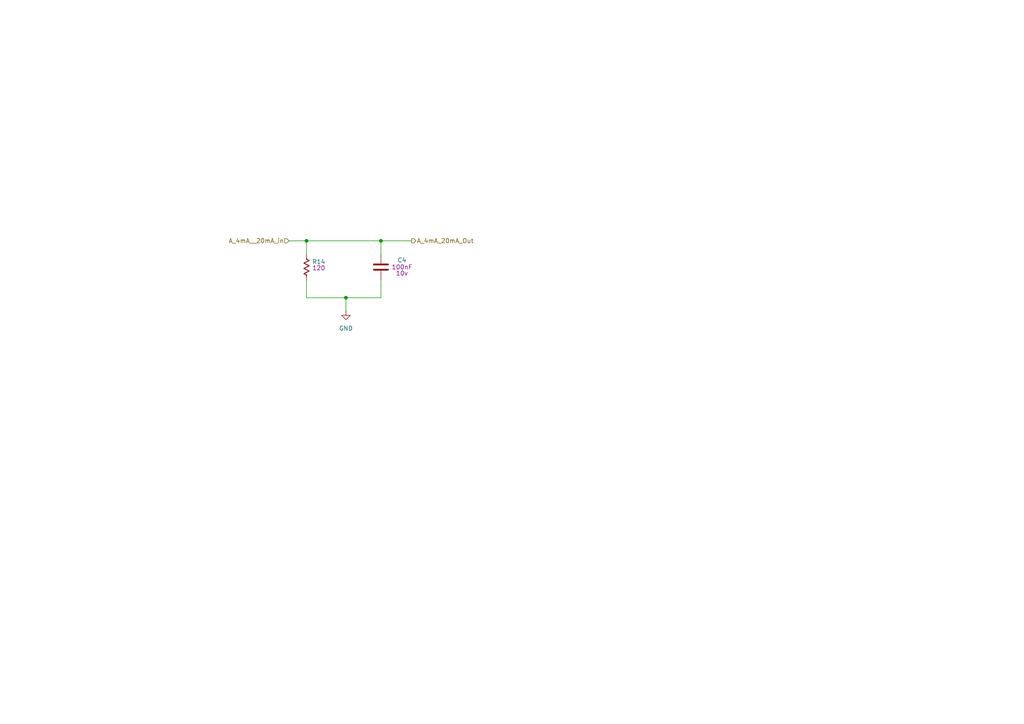
<source format=kicad_sch>
(kicad_sch
	(version 20250114)
	(generator "eeschema")
	(generator_version "9.0")
	(uuid "e38eeea6-a1f1-45d3-8a9d-b64417745eff")
	(paper "A4")
	(lib_symbols
		(symbol "PCM_Capacitor_US_AKL:C_0603"
			(pin_numbers
				(hide yes)
			)
			(pin_names
				(offset 0.254)
			)
			(exclude_from_sim no)
			(in_bom yes)
			(on_board yes)
			(property "Reference" "C"
				(at 0.635 2.54 0)
				(effects
					(font
						(size 1.27 1.27)
					)
					(justify left)
				)
			)
			(property "Value" "C_0603"
				(at 0.635 -2.54 0)
				(effects
					(font
						(size 1.27 1.27)
					)
					(justify left)
				)
			)
			(property "Footprint" "PCM_Capacitor_SMD_AKL:C_0603_1608Metric"
				(at 0.9652 -3.81 0)
				(effects
					(font
						(size 1.27 1.27)
					)
					(hide yes)
				)
			)
			(property "Datasheet" "~"
				(at 0 0 0)
				(effects
					(font
						(size 1.27 1.27)
					)
					(hide yes)
				)
			)
			(property "Description" "SMD 0603 MLCC capacitor, Alternate KiCad Library"
				(at 0 0 0)
				(effects
					(font
						(size 1.27 1.27)
					)
					(hide yes)
				)
			)
			(property "ki_keywords" "cap capacitor ceramic chip mlcc smd 0603"
				(at 0 0 0)
				(effects
					(font
						(size 1.27 1.27)
					)
					(hide yes)
				)
			)
			(property "ki_fp_filters" "C_*"
				(at 0 0 0)
				(effects
					(font
						(size 1.27 1.27)
					)
					(hide yes)
				)
			)
			(symbol "C_0603_0_1"
				(polyline
					(pts
						(xy -2.032 0.762) (xy 2.032 0.762)
					)
					(stroke
						(width 0.508)
						(type default)
					)
					(fill
						(type none)
					)
				)
				(polyline
					(pts
						(xy -2.032 -0.762) (xy 2.032 -0.762)
					)
					(stroke
						(width 0.508)
						(type default)
					)
					(fill
						(type none)
					)
				)
			)
			(symbol "C_0603_0_2"
				(polyline
					(pts
						(xy -2.54 -2.54) (xy -0.381 -0.381)
					)
					(stroke
						(width 0)
						(type default)
					)
					(fill
						(type none)
					)
				)
				(polyline
					(pts
						(xy -0.508 -0.508) (xy -1.651 0.635)
					)
					(stroke
						(width 0.508)
						(type default)
					)
					(fill
						(type none)
					)
				)
				(polyline
					(pts
						(xy -0.508 -0.508) (xy 0.635 -1.651)
					)
					(stroke
						(width 0.508)
						(type default)
					)
					(fill
						(type none)
					)
				)
				(polyline
					(pts
						(xy 0.381 0.381) (xy 2.54 2.54)
					)
					(stroke
						(width 0)
						(type default)
					)
					(fill
						(type none)
					)
				)
				(polyline
					(pts
						(xy 0.508 0.508) (xy -0.635 1.651)
					)
					(stroke
						(width 0.508)
						(type default)
					)
					(fill
						(type none)
					)
				)
				(polyline
					(pts
						(xy 0.508 0.508) (xy 1.651 -0.635)
					)
					(stroke
						(width 0.508)
						(type default)
					)
					(fill
						(type none)
					)
				)
			)
			(symbol "C_0603_1_1"
				(pin passive line
					(at 0 3.81 270)
					(length 2.794)
					(name "~"
						(effects
							(font
								(size 1.27 1.27)
							)
						)
					)
					(number "1"
						(effects
							(font
								(size 1.27 1.27)
							)
						)
					)
				)
				(pin passive line
					(at 0 -3.81 90)
					(length 2.794)
					(name "~"
						(effects
							(font
								(size 1.27 1.27)
							)
						)
					)
					(number "2"
						(effects
							(font
								(size 1.27 1.27)
							)
						)
					)
				)
			)
			(symbol "C_0603_1_2"
				(pin passive line
					(at -2.54 -2.54 90)
					(length 0)
					(name "~"
						(effects
							(font
								(size 1.27 1.27)
							)
						)
					)
					(number "2"
						(effects
							(font
								(size 1.27 1.27)
							)
						)
					)
				)
				(pin passive line
					(at 2.54 2.54 270)
					(length 0)
					(name "~"
						(effects
							(font
								(size 1.27 1.27)
							)
						)
					)
					(number "1"
						(effects
							(font
								(size 1.27 1.27)
							)
						)
					)
				)
			)
			(embedded_fonts no)
		)
		(symbol "PCM_Resistor_US_AKL:R_0603"
			(pin_numbers
				(hide yes)
			)
			(pin_names
				(offset 0)
			)
			(exclude_from_sim no)
			(in_bom yes)
			(on_board yes)
			(property "Reference" "R"
				(at 2.54 1.27 0)
				(effects
					(font
						(size 1.27 1.27)
					)
					(justify left)
				)
			)
			(property "Value" "R_0603"
				(at 2.54 -1.27 0)
				(effects
					(font
						(size 1.27 1.27)
					)
					(justify left)
				)
			)
			(property "Footprint" "PCM_Resistor_SMD_AKL:R_0603_1608Metric"
				(at 0 -11.43 0)
				(effects
					(font
						(size 1.27 1.27)
					)
					(hide yes)
				)
			)
			(property "Datasheet" "~"
				(at 0 0 0)
				(effects
					(font
						(size 1.27 1.27)
					)
					(hide yes)
				)
			)
			(property "Description" "SMD 0603 Chip Resistor, US Symbol, Alternate KiCad Library"
				(at 0 0 0)
				(effects
					(font
						(size 1.27 1.27)
					)
					(hide yes)
				)
			)
			(property "ki_keywords" "R res resistor us SMD 0603"
				(at 0 0 0)
				(effects
					(font
						(size 1.27 1.27)
					)
					(hide yes)
				)
			)
			(property "ki_fp_filters" "R_*"
				(at 0 0 0)
				(effects
					(font
						(size 1.27 1.27)
					)
					(hide yes)
				)
			)
			(symbol "R_0603_0_1"
				(polyline
					(pts
						(xy 0 2.286) (xy 0 2.54)
					)
					(stroke
						(width 0.254)
						(type default)
					)
					(fill
						(type none)
					)
				)
				(polyline
					(pts
						(xy 0 2.286) (xy 0.762 1.905) (xy -0.762 1.143) (xy 0 0.762) (xy 0.762 0.381) (xy 0 0) (xy -0.762 -0.381)
						(xy 0 -0.762) (xy 0.762 -1.143) (xy 0 -1.524) (xy -0.762 -1.905) (xy 0 -2.286)
					)
					(stroke
						(width 0.254)
						(type default)
					)
					(fill
						(type none)
					)
				)
				(polyline
					(pts
						(xy 0 -2.286) (xy 0 -2.54)
					)
					(stroke
						(width 0.254)
						(type default)
					)
					(fill
						(type none)
					)
				)
			)
			(symbol "R_0603_0_2"
				(polyline
					(pts
						(xy -2.54 -2.54) (xy -1.778 -1.778)
					)
					(stroke
						(width 0)
						(type default)
					)
					(fill
						(type none)
					)
				)
				(polyline
					(pts
						(xy -1.778 -1.778) (xy -1.524 -1.524)
					)
					(stroke
						(width 0.254)
						(type default)
					)
					(fill
						(type none)
					)
				)
				(polyline
					(pts
						(xy -1.524 -1.524) (xy -1.778 -0.762) (xy -1.016 -1.016)
					)
					(stroke
						(width 0.254)
						(type default)
					)
					(fill
						(type none)
					)
				)
				(polyline
					(pts
						(xy -0.508 -0.508) (xy -0.762 0.254) (xy 0 0)
					)
					(stroke
						(width 0.254)
						(type default)
					)
					(fill
						(type none)
					)
				)
				(polyline
					(pts
						(xy -0.508 -0.508) (xy -0.254 -1.27) (xy -1.016 -1.016)
					)
					(stroke
						(width 0.254)
						(type default)
					)
					(fill
						(type none)
					)
				)
				(polyline
					(pts
						(xy 0.508 0.508) (xy 0.254 1.27) (xy 1.016 1.016)
					)
					(stroke
						(width 0.254)
						(type default)
					)
					(fill
						(type none)
					)
				)
				(polyline
					(pts
						(xy 0.508 0.508) (xy 0.762 -0.254) (xy 0 0)
					)
					(stroke
						(width 0.254)
						(type default)
					)
					(fill
						(type none)
					)
				)
				(polyline
					(pts
						(xy 1.524 1.524) (xy 1.778 0.762) (xy 1.016 1.016)
					)
					(stroke
						(width 0.254)
						(type default)
					)
					(fill
						(type none)
					)
				)
				(polyline
					(pts
						(xy 1.778 1.778) (xy 1.524 1.524)
					)
					(stroke
						(width 0.254)
						(type default)
					)
					(fill
						(type none)
					)
				)
				(polyline
					(pts
						(xy 1.778 1.778) (xy 2.54 2.54)
					)
					(stroke
						(width 0)
						(type default)
					)
					(fill
						(type none)
					)
				)
			)
			(symbol "R_0603_1_1"
				(pin passive line
					(at 0 3.81 270)
					(length 1.27)
					(name "~"
						(effects
							(font
								(size 1.27 1.27)
							)
						)
					)
					(number "1"
						(effects
							(font
								(size 1.27 1.27)
							)
						)
					)
				)
				(pin passive line
					(at 0 -3.81 90)
					(length 1.27)
					(name "~"
						(effects
							(font
								(size 1.27 1.27)
							)
						)
					)
					(number "2"
						(effects
							(font
								(size 1.27 1.27)
							)
						)
					)
				)
			)
			(symbol "R_0603_1_2"
				(pin passive line
					(at -2.54 -2.54 0)
					(length 0)
					(name ""
						(effects
							(font
								(size 1.27 1.27)
							)
						)
					)
					(number "2"
						(effects
							(font
								(size 1.27 1.27)
							)
						)
					)
				)
				(pin passive line
					(at 2.54 2.54 180)
					(length 0)
					(name ""
						(effects
							(font
								(size 1.27 1.27)
							)
						)
					)
					(number "1"
						(effects
							(font
								(size 1.27 1.27)
							)
						)
					)
				)
			)
			(embedded_fonts no)
		)
		(symbol "power:GND"
			(power)
			(pin_numbers
				(hide yes)
			)
			(pin_names
				(offset 0)
				(hide yes)
			)
			(exclude_from_sim no)
			(in_bom yes)
			(on_board yes)
			(property "Reference" "#PWR"
				(at 0 -6.35 0)
				(effects
					(font
						(size 1.27 1.27)
					)
					(hide yes)
				)
			)
			(property "Value" "GND"
				(at 0 -3.81 0)
				(effects
					(font
						(size 1.27 1.27)
					)
				)
			)
			(property "Footprint" ""
				(at 0 0 0)
				(effects
					(font
						(size 1.27 1.27)
					)
					(hide yes)
				)
			)
			(property "Datasheet" ""
				(at 0 0 0)
				(effects
					(font
						(size 1.27 1.27)
					)
					(hide yes)
				)
			)
			(property "Description" "Power symbol creates a global label with name \"GND\" , ground"
				(at 0 0 0)
				(effects
					(font
						(size 1.27 1.27)
					)
					(hide yes)
				)
			)
			(property "ki_keywords" "global power"
				(at 0 0 0)
				(effects
					(font
						(size 1.27 1.27)
					)
					(hide yes)
				)
			)
			(symbol "GND_0_1"
				(polyline
					(pts
						(xy 0 0) (xy 0 -1.27) (xy 1.27 -1.27) (xy 0 -2.54) (xy -1.27 -1.27) (xy 0 -1.27)
					)
					(stroke
						(width 0)
						(type default)
					)
					(fill
						(type none)
					)
				)
			)
			(symbol "GND_1_1"
				(pin power_in line
					(at 0 0 270)
					(length 0)
					(name "~"
						(effects
							(font
								(size 1.27 1.27)
							)
						)
					)
					(number "1"
						(effects
							(font
								(size 1.27 1.27)
							)
						)
					)
				)
			)
			(embedded_fonts no)
		)
	)
	(junction
		(at 100.33 86.36)
		(diameter 0)
		(color 0 0 0 0)
		(uuid "7a310f13-267d-499b-9c93-fc9b07ea421c")
	)
	(junction
		(at 110.49 69.85)
		(diameter 0)
		(color 0 0 0 0)
		(uuid "b06637d9-dddb-4b84-97ed-4c4794bc6423")
	)
	(junction
		(at 88.9 69.85)
		(diameter 0)
		(color 0 0 0 0)
		(uuid "badfd67e-3558-4e00-b343-1e4283e70aa3")
	)
	(wire
		(pts
			(xy 88.9 81.28) (xy 88.9 86.36)
		)
		(stroke
			(width 0)
			(type default)
		)
		(uuid "2d7e30f7-e5e2-4656-b7af-8ecd587a7328")
	)
	(wire
		(pts
			(xy 110.49 81.28) (xy 110.49 86.36)
		)
		(stroke
			(width 0)
			(type default)
		)
		(uuid "417c83bf-e95c-43d9-b6be-6ef37dac07ea")
	)
	(wire
		(pts
			(xy 110.49 69.85) (xy 88.9 69.85)
		)
		(stroke
			(width 0)
			(type default)
		)
		(uuid "4258db74-ebed-4849-bafa-5ba93cce4edf")
	)
	(wire
		(pts
			(xy 100.33 86.36) (xy 110.49 86.36)
		)
		(stroke
			(width 0)
			(type default)
		)
		(uuid "53762a52-1de3-4227-83d2-f4f2f4aaa612")
	)
	(wire
		(pts
			(xy 88.9 73.66) (xy 88.9 69.85)
		)
		(stroke
			(width 0)
			(type default)
		)
		(uuid "58693107-4278-4636-8d05-7aacf8ad3aef")
	)
	(wire
		(pts
			(xy 88.9 69.85) (xy 83.82 69.85)
		)
		(stroke
			(width 0)
			(type default)
		)
		(uuid "7545fe1e-ed5b-482f-93ed-e0dbba257dc4")
	)
	(wire
		(pts
			(xy 100.33 86.36) (xy 100.33 90.17)
		)
		(stroke
			(width 0)
			(type default)
		)
		(uuid "b4d218c1-cef3-4f94-bb22-026a12fd86cd")
	)
	(wire
		(pts
			(xy 88.9 86.36) (xy 100.33 86.36)
		)
		(stroke
			(width 0)
			(type default)
		)
		(uuid "b4e3fa85-b070-497e-a641-629c4478dded")
	)
	(wire
		(pts
			(xy 110.49 69.85) (xy 110.49 73.66)
		)
		(stroke
			(width 0)
			(type default)
		)
		(uuid "f48b927e-9ea7-426c-8c68-4c819ef3233e")
	)
	(wire
		(pts
			(xy 110.49 69.85) (xy 119.38 69.85)
		)
		(stroke
			(width 0)
			(type default)
		)
		(uuid "fbd0be33-6f5d-4d12-8161-654cc5bf549f")
	)
	(hierarchical_label "A_4mA__20mA_in"
		(shape input)
		(at 83.82 69.85 180)
		(effects
			(font
				(size 1.27 1.27)
			)
			(justify right)
		)
		(uuid "3f563585-76d8-4b7b-a145-3d1e7f208757")
	)
	(hierarchical_label "A_4mA_20mA_Out"
		(shape output)
		(at 119.38 69.85 0)
		(effects
			(font
				(size 1.27 1.27)
			)
			(justify left)
		)
		(uuid "f6a4c69c-3939-43d5-9714-daebade95693")
	)
	(symbol
		(lib_id "PCM_Capacitor_US_AKL:C_0603")
		(at 110.49 77.47 180)
		(unit 1)
		(exclude_from_sim no)
		(in_bom yes)
		(on_board yes)
		(dnp no)
		(uuid "83e73f62-b830-4de6-9b0e-35f142200a02")
		(property "Reference" "C4"
			(at 116.586 75.438 0)
			(effects
				(font
					(size 1.27 1.27)
				)
			)
		)
		(property "Value" "C_0603"
			(at 116.84 77.216 90)
			(effects
				(font
					(size 1.27 1.27)
				)
				(hide yes)
			)
		)
		(property "Footprint" "PCM_Capacitor_SMD_AKL:C_0603_1608Metric"
			(at 109.5248 73.66 0)
			(effects
				(font
					(size 1.27 1.27)
				)
				(hide yes)
			)
		)
		(property "Datasheet" "~"
			(at 110.49 77.47 0)
			(effects
				(font
					(size 1.27 1.27)
				)
				(hide yes)
			)
		)
		(property "Description" "SMD 0603 MLCC capacitor, Alternate KiCad Library"
			(at 110.49 77.47 0)
			(effects
				(font
					(size 1.27 1.27)
				)
				(hide yes)
			)
		)
		(property "Capacidad" "100nF"
			(at 116.586 77.47 0)
			(effects
				(font
					(size 1.27 1.27)
				)
			)
		)
		(property "Part Number" ""
			(at 110.49 77.47 0)
			(effects
				(font
					(size 1.27 1.27)
				)
			)
		)
		(property "Voltaje" "10v"
			(at 116.586 79.248 0)
			(effects
				(font
					(size 1.27 1.27)
				)
			)
		)
		(pin "1"
			(uuid "c909e39c-c4fb-494d-b5a9-94527f1a6a72")
		)
		(pin "2"
			(uuid "7defa930-5a73-47bf-8188-d88693f35293")
		)
		(instances
			(project "Nivara Controls"
				(path "/42622735-4343-4315-af64-a45701a752b6/711b914f-41ac-411e-bef3-8ade05c9a19b/443be838-dc57-4801-ae0f-9729ee2511c1"
					(reference "C4")
					(unit 1)
				)
			)
		)
	)
	(symbol
		(lib_id "power:GND")
		(at 100.33 90.17 0)
		(unit 1)
		(exclude_from_sim no)
		(in_bom yes)
		(on_board yes)
		(dnp no)
		(fields_autoplaced yes)
		(uuid "879c7be1-ba77-4e57-a349-9f2d2667d17b")
		(property "Reference" "#PWR033"
			(at 100.33 96.52 0)
			(effects
				(font
					(size 1.27 1.27)
				)
				(hide yes)
			)
		)
		(property "Value" "GND"
			(at 100.33 95.25 0)
			(effects
				(font
					(size 1.27 1.27)
				)
			)
		)
		(property "Footprint" ""
			(at 100.33 90.17 0)
			(effects
				(font
					(size 1.27 1.27)
				)
				(hide yes)
			)
		)
		(property "Datasheet" ""
			(at 100.33 90.17 0)
			(effects
				(font
					(size 1.27 1.27)
				)
				(hide yes)
			)
		)
		(property "Description" "Power symbol creates a global label with name \"GND\" , ground"
			(at 100.33 90.17 0)
			(effects
				(font
					(size 1.27 1.27)
				)
				(hide yes)
			)
		)
		(pin "1"
			(uuid "0f869e8f-9603-465f-a69d-bccf0c1a8c6e")
		)
		(instances
			(project ""
				(path "/42622735-4343-4315-af64-a45701a752b6/711b914f-41ac-411e-bef3-8ade05c9a19b/443be838-dc57-4801-ae0f-9729ee2511c1"
					(reference "#PWR033")
					(unit 1)
				)
			)
		)
	)
	(symbol
		(lib_id "PCM_Resistor_US_AKL:R_0603")
		(at 88.9 77.47 0)
		(unit 1)
		(exclude_from_sim no)
		(in_bom yes)
		(on_board yes)
		(dnp no)
		(uuid "8be168e0-6fb4-447b-a70a-9b86aa2479ca")
		(property "Reference" "R14"
			(at 92.456 75.946 0)
			(effects
				(font
					(size 1.27 1.27)
				)
			)
		)
		(property "Value" "R_0603"
			(at 81.534 77.47 90)
			(effects
				(font
					(size 1.27 1.27)
				)
				(hide yes)
			)
		)
		(property "Footprint" "PCM_Resistor_SMD_AKL:R_0603_1608Metric"
			(at 88.9 88.9 0)
			(effects
				(font
					(size 1.27 1.27)
				)
				(hide yes)
			)
		)
		(property "Datasheet" "~"
			(at 88.9 77.47 0)
			(effects
				(font
					(size 1.27 1.27)
				)
				(hide yes)
			)
		)
		(property "Description" "SMD 0603 Chip Resistor, US Symbol, Alternate KiCad Library"
			(at 88.9 77.47 0)
			(effects
				(font
					(size 1.27 1.27)
				)
				(hide yes)
			)
		)
		(property "Part Number" ""
			(at 88.9 77.47 0)
			(effects
				(font
					(size 1.27 1.27)
				)
				(hide yes)
			)
		)
		(property "Capacidad" "120"
			(at 92.456 77.724 0)
			(effects
				(font
					(size 1.27 1.27)
				)
			)
		)
		(pin "1"
			(uuid "34dfd4f6-4394-4266-af00-ab03303ad780")
		)
		(pin "2"
			(uuid "d200fab0-2321-4f8e-ac24-3e4fcd4c0c74")
		)
		(instances
			(project "Nivara Controls"
				(path "/42622735-4343-4315-af64-a45701a752b6/711b914f-41ac-411e-bef3-8ade05c9a19b/443be838-dc57-4801-ae0f-9729ee2511c1"
					(reference "R14")
					(unit 1)
				)
			)
		)
	)
)

</source>
